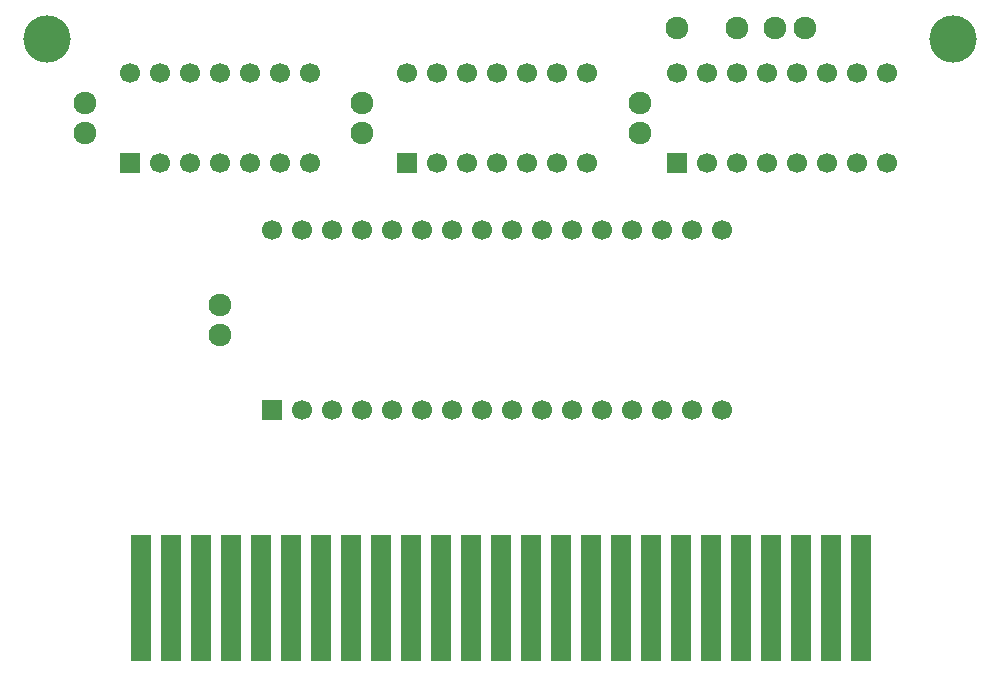
<source format=gbr>
G04 DipTrace 2.4.0.2*
%INTopMask.gbr*%
%MOIN*%
%ADD22C,0.1575*%
%ADD27C,0.0669*%
%ADD29R,0.0669X0.0669*%
%ADD31R,0.0709X0.4213*%
%ADD33C,0.0759*%
%FSLAX44Y44*%
G04*
G70*
G90*
G75*
G01*
%LNTopMask*%
%LPD*%
D33*
X26437Y21687D3*
X26438Y22687D3*
X12437Y14937D3*
X12438Y15937D3*
X31937Y25187D3*
X30937Y25188D3*
X17187Y22687D3*
X17186Y21687D3*
X7937Y22687D3*
X7936Y21687D3*
D31*
X33812Y6187D3*
X32812D3*
X31812D3*
X30812D3*
X29812D3*
X28812D3*
X27812D3*
X26812D3*
X25812D3*
X24812D3*
X23812D3*
X22812D3*
X21812D3*
X20812D3*
X19812D3*
X18812D3*
X17812D3*
X16812D3*
X15812D3*
X14812D3*
X13812D3*
X12812D3*
X11812D3*
X10812D3*
X9812D3*
D33*
X27687Y25187D3*
X29687D3*
D29*
X14187Y12437D3*
D27*
X15187D3*
X16187D3*
X17187D3*
X18187D3*
X19187D3*
X20187D3*
X21187D3*
X22187D3*
X23187D3*
X24187D3*
X25187D3*
X26187D3*
X27187D3*
X28187D3*
X29187D3*
Y18437D3*
X28187D3*
X27187D3*
X26187D3*
X25187D3*
X24187D3*
X23187D3*
X22187D3*
X21187D3*
X20187D3*
X19187D3*
X18187D3*
X17187D3*
X16187D3*
X15187D3*
X14187D3*
D29*
X9437Y20687D3*
D27*
X10437D3*
X11437D3*
X12437D3*
X13437D3*
X14437D3*
X15437D3*
Y23687D3*
X14437D3*
X13437D3*
X12437D3*
X11437D3*
X10437D3*
X9437D3*
D29*
X27687Y20687D3*
D27*
X28687D3*
X29687D3*
X30687D3*
X31687D3*
X32687D3*
X33687D3*
X34687D3*
Y23687D3*
X33687D3*
X32687D3*
X31687D3*
X30687D3*
X29687D3*
X28687D3*
X27687D3*
D29*
X18687Y20687D3*
D27*
X19687D3*
X20687D3*
X21687D3*
X22687D3*
X23687D3*
X24687D3*
Y23687D3*
X23687D3*
X22687D3*
X21687D3*
X20687D3*
X19687D3*
X18687D3*
D22*
X6693Y24803D3*
X36890D3*
M02*

</source>
